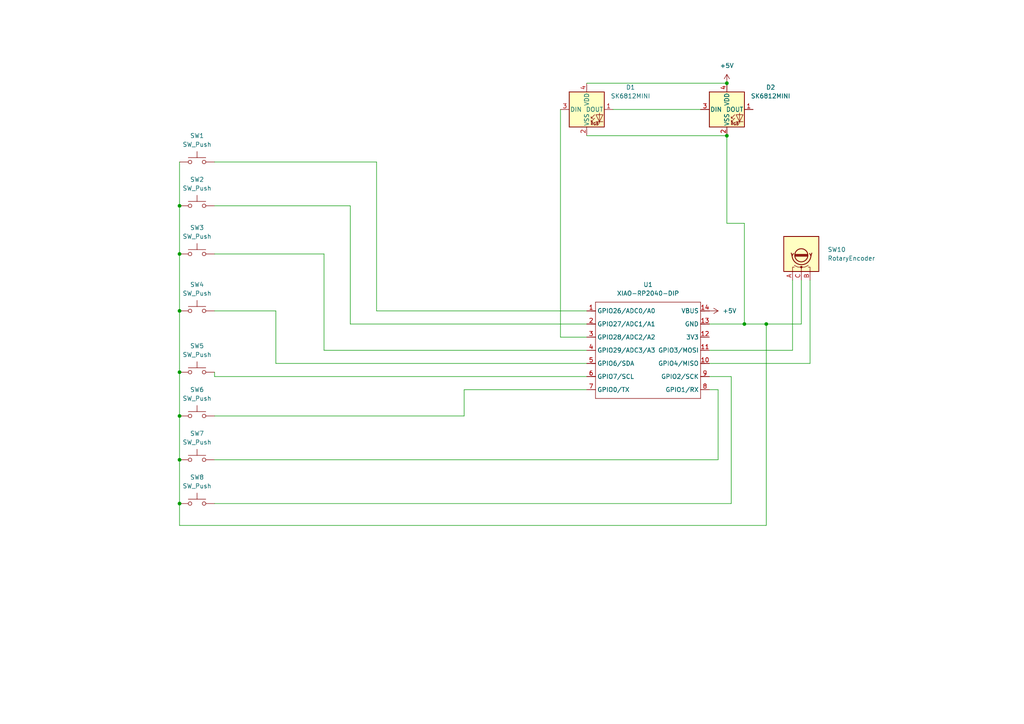
<source format=kicad_sch>
(kicad_sch
	(version 20250114)
	(generator "eeschema")
	(generator_version "9.0")
	(uuid "36b14674-9ff7-4470-8272-845e372f53da")
	(paper "A4")
	(title_block
		(title "Macropad")
		(date "2025-12-24")
		(company "Jun")
	)
	(lib_symbols
		(symbol "Device:RotaryEncoder"
			(pin_names
				(offset 0.254)
				(hide yes)
			)
			(exclude_from_sim no)
			(in_bom yes)
			(on_board yes)
			(property "Reference" "SW"
				(at 0 6.604 0)
				(effects
					(font
						(size 1.27 1.27)
					)
				)
			)
			(property "Value" "RotaryEncoder"
				(at 0 -6.604 0)
				(effects
					(font
						(size 1.27 1.27)
					)
				)
			)
			(property "Footprint" ""
				(at -3.81 4.064 0)
				(effects
					(font
						(size 1.27 1.27)
					)
					(hide yes)
				)
			)
			(property "Datasheet" "~"
				(at 0 6.604 0)
				(effects
					(font
						(size 1.27 1.27)
					)
					(hide yes)
				)
			)
			(property "Description" "Rotary encoder, dual channel, incremental quadrate outputs"
				(at 0 0 0)
				(effects
					(font
						(size 1.27 1.27)
					)
					(hide yes)
				)
			)
			(property "ki_keywords" "rotary switch encoder"
				(at 0 0 0)
				(effects
					(font
						(size 1.27 1.27)
					)
					(hide yes)
				)
			)
			(property "ki_fp_filters" "RotaryEncoder*"
				(at 0 0 0)
				(effects
					(font
						(size 1.27 1.27)
					)
					(hide yes)
				)
			)
			(symbol "RotaryEncoder_0_1"
				(rectangle
					(start -5.08 5.08)
					(end 5.08 -5.08)
					(stroke
						(width 0.254)
						(type default)
					)
					(fill
						(type background)
					)
				)
				(polyline
					(pts
						(xy -5.08 2.54) (xy -3.81 2.54) (xy -3.81 2.032)
					)
					(stroke
						(width 0)
						(type default)
					)
					(fill
						(type none)
					)
				)
				(polyline
					(pts
						(xy -5.08 0) (xy -3.81 0) (xy -3.81 -1.016) (xy -3.302 -2.032)
					)
					(stroke
						(width 0)
						(type default)
					)
					(fill
						(type none)
					)
				)
				(polyline
					(pts
						(xy -5.08 -2.54) (xy -3.81 -2.54) (xy -3.81 -2.032)
					)
					(stroke
						(width 0)
						(type default)
					)
					(fill
						(type none)
					)
				)
				(polyline
					(pts
						(xy -4.318 0) (xy -3.81 0) (xy -3.81 1.016) (xy -3.302 2.032)
					)
					(stroke
						(width 0)
						(type default)
					)
					(fill
						(type none)
					)
				)
				(circle
					(center -3.81 0)
					(radius 0.254)
					(stroke
						(width 0)
						(type default)
					)
					(fill
						(type outline)
					)
				)
				(polyline
					(pts
						(xy -0.635 -1.778) (xy -0.635 1.778)
					)
					(stroke
						(width 0.254)
						(type default)
					)
					(fill
						(type none)
					)
				)
				(circle
					(center -0.381 0)
					(radius 1.905)
					(stroke
						(width 0.254)
						(type default)
					)
					(fill
						(type none)
					)
				)
				(polyline
					(pts
						(xy -0.381 -1.778) (xy -0.381 1.778)
					)
					(stroke
						(width 0.254)
						(type default)
					)
					(fill
						(type none)
					)
				)
				(arc
					(start -0.381 -2.794)
					(mid -3.0988 -0.0635)
					(end -0.381 2.667)
					(stroke
						(width 0.254)
						(type default)
					)
					(fill
						(type none)
					)
				)
				(polyline
					(pts
						(xy -0.127 1.778) (xy -0.127 -1.778)
					)
					(stroke
						(width 0.254)
						(type default)
					)
					(fill
						(type none)
					)
				)
				(polyline
					(pts
						(xy 0.254 2.921) (xy -0.508 2.667) (xy 0.127 2.286)
					)
					(stroke
						(width 0.254)
						(type default)
					)
					(fill
						(type none)
					)
				)
				(polyline
					(pts
						(xy 0.254 -3.048) (xy -0.508 -2.794) (xy 0.127 -2.413)
					)
					(stroke
						(width 0.254)
						(type default)
					)
					(fill
						(type none)
					)
				)
			)
			(symbol "RotaryEncoder_1_1"
				(pin passive line
					(at -7.62 2.54 0)
					(length 2.54)
					(name "A"
						(effects
							(font
								(size 1.27 1.27)
							)
						)
					)
					(number "A"
						(effects
							(font
								(size 1.27 1.27)
							)
						)
					)
				)
				(pin passive line
					(at -7.62 0 0)
					(length 2.54)
					(name "C"
						(effects
							(font
								(size 1.27 1.27)
							)
						)
					)
					(number "C"
						(effects
							(font
								(size 1.27 1.27)
							)
						)
					)
				)
				(pin passive line
					(at -7.62 -2.54 0)
					(length 2.54)
					(name "B"
						(effects
							(font
								(size 1.27 1.27)
							)
						)
					)
					(number "B"
						(effects
							(font
								(size 1.27 1.27)
							)
						)
					)
				)
			)
			(embedded_fonts no)
		)
		(symbol "LED:SK6812MINI"
			(pin_names
				(offset 0.254)
			)
			(exclude_from_sim no)
			(in_bom yes)
			(on_board yes)
			(property "Reference" "D"
				(at 5.08 5.715 0)
				(effects
					(font
						(size 1.27 1.27)
					)
					(justify right bottom)
				)
			)
			(property "Value" "SK6812MINI"
				(at 1.27 -5.715 0)
				(effects
					(font
						(size 1.27 1.27)
					)
					(justify left top)
				)
			)
			(property "Footprint" "LED_SMD:LED_SK6812MINI_PLCC4_3.5x3.5mm_P1.75mm"
				(at 1.27 -7.62 0)
				(effects
					(font
						(size 1.27 1.27)
					)
					(justify left top)
					(hide yes)
				)
			)
			(property "Datasheet" "https://cdn-shop.adafruit.com/product-files/2686/SK6812MINI_REV.01-1-2.pdf"
				(at 2.54 -9.525 0)
				(effects
					(font
						(size 1.27 1.27)
					)
					(justify left top)
					(hide yes)
				)
			)
			(property "Description" "RGB LED with integrated controller"
				(at 0 0 0)
				(effects
					(font
						(size 1.27 1.27)
					)
					(hide yes)
				)
			)
			(property "ki_keywords" "RGB LED NeoPixel Mini addressable"
				(at 0 0 0)
				(effects
					(font
						(size 1.27 1.27)
					)
					(hide yes)
				)
			)
			(property "ki_fp_filters" "LED*SK6812MINI*PLCC*3.5x3.5mm*P1.75mm*"
				(at 0 0 0)
				(effects
					(font
						(size 1.27 1.27)
					)
					(hide yes)
				)
			)
			(symbol "SK6812MINI_0_0"
				(text "RGB"
					(at 2.286 -4.191 0)
					(effects
						(font
							(size 0.762 0.762)
						)
					)
				)
			)
			(symbol "SK6812MINI_0_1"
				(polyline
					(pts
						(xy 1.27 -2.54) (xy 1.778 -2.54)
					)
					(stroke
						(width 0)
						(type default)
					)
					(fill
						(type none)
					)
				)
				(polyline
					(pts
						(xy 1.27 -3.556) (xy 1.778 -3.556)
					)
					(stroke
						(width 0)
						(type default)
					)
					(fill
						(type none)
					)
				)
				(polyline
					(pts
						(xy 2.286 -1.524) (xy 1.27 -2.54) (xy 1.27 -2.032)
					)
					(stroke
						(width 0)
						(type default)
					)
					(fill
						(type none)
					)
				)
				(polyline
					(pts
						(xy 2.286 -2.54) (xy 1.27 -3.556) (xy 1.27 -3.048)
					)
					(stroke
						(width 0)
						(type default)
					)
					(fill
						(type none)
					)
				)
				(polyline
					(pts
						(xy 3.683 -1.016) (xy 3.683 -3.556) (xy 3.683 -4.064)
					)
					(stroke
						(width 0)
						(type default)
					)
					(fill
						(type none)
					)
				)
				(polyline
					(pts
						(xy 4.699 -1.524) (xy 2.667 -1.524) (xy 3.683 -3.556) (xy 4.699 -1.524)
					)
					(stroke
						(width 0)
						(type default)
					)
					(fill
						(type none)
					)
				)
				(polyline
					(pts
						(xy 4.699 -3.556) (xy 2.667 -3.556)
					)
					(stroke
						(width 0)
						(type default)
					)
					(fill
						(type none)
					)
				)
				(rectangle
					(start 5.08 5.08)
					(end -5.08 -5.08)
					(stroke
						(width 0.254)
						(type default)
					)
					(fill
						(type background)
					)
				)
			)
			(symbol "SK6812MINI_1_1"
				(pin input line
					(at -7.62 0 0)
					(length 2.54)
					(name "DIN"
						(effects
							(font
								(size 1.27 1.27)
							)
						)
					)
					(number "3"
						(effects
							(font
								(size 1.27 1.27)
							)
						)
					)
				)
				(pin power_in line
					(at 0 7.62 270)
					(length 2.54)
					(name "VDD"
						(effects
							(font
								(size 1.27 1.27)
							)
						)
					)
					(number "4"
						(effects
							(font
								(size 1.27 1.27)
							)
						)
					)
				)
				(pin power_in line
					(at 0 -7.62 90)
					(length 2.54)
					(name "VSS"
						(effects
							(font
								(size 1.27 1.27)
							)
						)
					)
					(number "2"
						(effects
							(font
								(size 1.27 1.27)
							)
						)
					)
				)
				(pin output line
					(at 7.62 0 180)
					(length 2.54)
					(name "DOUT"
						(effects
							(font
								(size 1.27 1.27)
							)
						)
					)
					(number "1"
						(effects
							(font
								(size 1.27 1.27)
							)
						)
					)
				)
			)
			(embedded_fonts no)
		)
		(symbol "Seeed_Studio_XIAO_Series:XIAO-RP2040-DIP"
			(exclude_from_sim no)
			(in_bom yes)
			(on_board yes)
			(property "Reference" "U"
				(at 0 0 0)
				(effects
					(font
						(size 1.27 1.27)
					)
				)
			)
			(property "Value" "XIAO-RP2040-DIP"
				(at 5.334 -1.778 0)
				(effects
					(font
						(size 1.27 1.27)
					)
				)
			)
			(property "Footprint" "Module:MOUDLE14P-XIAO-DIP-SMD"
				(at 14.478 -32.258 0)
				(effects
					(font
						(size 1.27 1.27)
					)
					(hide yes)
				)
			)
			(property "Datasheet" ""
				(at 0 0 0)
				(effects
					(font
						(size 1.27 1.27)
					)
					(hide yes)
				)
			)
			(property "Description" ""
				(at 0 0 0)
				(effects
					(font
						(size 1.27 1.27)
					)
					(hide yes)
				)
			)
			(symbol "XIAO-RP2040-DIP_1_0"
				(polyline
					(pts
						(xy -1.27 -2.54) (xy 29.21 -2.54)
					)
					(stroke
						(width 0.1524)
						(type solid)
					)
					(fill
						(type none)
					)
				)
				(polyline
					(pts
						(xy -1.27 -5.08) (xy -2.54 -5.08)
					)
					(stroke
						(width 0.1524)
						(type solid)
					)
					(fill
						(type none)
					)
				)
				(polyline
					(pts
						(xy -1.27 -5.08) (xy -1.27 -2.54)
					)
					(stroke
						(width 0.1524)
						(type solid)
					)
					(fill
						(type none)
					)
				)
				(polyline
					(pts
						(xy -1.27 -8.89) (xy -2.54 -8.89)
					)
					(stroke
						(width 0.1524)
						(type solid)
					)
					(fill
						(type none)
					)
				)
				(polyline
					(pts
						(xy -1.27 -8.89) (xy -1.27 -5.08)
					)
					(stroke
						(width 0.1524)
						(type solid)
					)
					(fill
						(type none)
					)
				)
				(polyline
					(pts
						(xy -1.27 -12.7) (xy -2.54 -12.7)
					)
					(stroke
						(width 0.1524)
						(type solid)
					)
					(fill
						(type none)
					)
				)
				(polyline
					(pts
						(xy -1.27 -12.7) (xy -1.27 -8.89)
					)
					(stroke
						(width 0.1524)
						(type solid)
					)
					(fill
						(type none)
					)
				)
				(polyline
					(pts
						(xy -1.27 -16.51) (xy -2.54 -16.51)
					)
					(stroke
						(width 0.1524)
						(type solid)
					)
					(fill
						(type none)
					)
				)
				(polyline
					(pts
						(xy -1.27 -16.51) (xy -1.27 -12.7)
					)
					(stroke
						(width 0.1524)
						(type solid)
					)
					(fill
						(type none)
					)
				)
				(polyline
					(pts
						(xy -1.27 -20.32) (xy -2.54 -20.32)
					)
					(stroke
						(width 0.1524)
						(type solid)
					)
					(fill
						(type none)
					)
				)
				(polyline
					(pts
						(xy -1.27 -24.13) (xy -2.54 -24.13)
					)
					(stroke
						(width 0.1524)
						(type solid)
					)
					(fill
						(type none)
					)
				)
				(polyline
					(pts
						(xy -1.27 -27.94) (xy -2.54 -27.94)
					)
					(stroke
						(width 0.1524)
						(type solid)
					)
					(fill
						(type none)
					)
				)
				(polyline
					(pts
						(xy -1.27 -30.48) (xy -1.27 -16.51)
					)
					(stroke
						(width 0.1524)
						(type solid)
					)
					(fill
						(type none)
					)
				)
				(polyline
					(pts
						(xy 29.21 -2.54) (xy 29.21 -5.08)
					)
					(stroke
						(width 0.1524)
						(type solid)
					)
					(fill
						(type none)
					)
				)
				(polyline
					(pts
						(xy 29.21 -5.08) (xy 29.21 -8.89)
					)
					(stroke
						(width 0.1524)
						(type solid)
					)
					(fill
						(type none)
					)
				)
				(polyline
					(pts
						(xy 29.21 -8.89) (xy 29.21 -12.7)
					)
					(stroke
						(width 0.1524)
						(type solid)
					)
					(fill
						(type none)
					)
				)
				(polyline
					(pts
						(xy 29.21 -12.7) (xy 29.21 -30.48)
					)
					(stroke
						(width 0.1524)
						(type solid)
					)
					(fill
						(type none)
					)
				)
				(polyline
					(pts
						(xy 29.21 -30.48) (xy -1.27 -30.48)
					)
					(stroke
						(width 0.1524)
						(type solid)
					)
					(fill
						(type none)
					)
				)
				(polyline
					(pts
						(xy 30.48 -5.08) (xy 29.21 -5.08)
					)
					(stroke
						(width 0.1524)
						(type solid)
					)
					(fill
						(type none)
					)
				)
				(polyline
					(pts
						(xy 30.48 -8.89) (xy 29.21 -8.89)
					)
					(stroke
						(width 0.1524)
						(type solid)
					)
					(fill
						(type none)
					)
				)
				(polyline
					(pts
						(xy 30.48 -12.7) (xy 29.21 -12.7)
					)
					(stroke
						(width 0.1524)
						(type solid)
					)
					(fill
						(type none)
					)
				)
				(polyline
					(pts
						(xy 30.48 -16.51) (xy 29.21 -16.51)
					)
					(stroke
						(width 0.1524)
						(type solid)
					)
					(fill
						(type none)
					)
				)
				(polyline
					(pts
						(xy 30.48 -20.32) (xy 29.21 -20.32)
					)
					(stroke
						(width 0.1524)
						(type solid)
					)
					(fill
						(type none)
					)
				)
				(polyline
					(pts
						(xy 30.48 -24.13) (xy 29.21 -24.13)
					)
					(stroke
						(width 0.1524)
						(type solid)
					)
					(fill
						(type none)
					)
				)
				(polyline
					(pts
						(xy 30.48 -27.94) (xy 29.21 -27.94)
					)
					(stroke
						(width 0.1524)
						(type solid)
					)
					(fill
						(type none)
					)
				)
				(pin passive line
					(at -3.81 -5.08 0)
					(length 2.54)
					(name "GPIO26/ADC0/A0"
						(effects
							(font
								(size 1.27 1.27)
							)
						)
					)
					(number "1"
						(effects
							(font
								(size 1.27 1.27)
							)
						)
					)
				)
				(pin passive line
					(at -3.81 -8.89 0)
					(length 2.54)
					(name "GPIO27/ADC1/A1"
						(effects
							(font
								(size 1.27 1.27)
							)
						)
					)
					(number "2"
						(effects
							(font
								(size 1.27 1.27)
							)
						)
					)
				)
				(pin passive line
					(at -3.81 -12.7 0)
					(length 2.54)
					(name "GPIO28/ADC2/A2"
						(effects
							(font
								(size 1.27 1.27)
							)
						)
					)
					(number "3"
						(effects
							(font
								(size 1.27 1.27)
							)
						)
					)
				)
				(pin passive line
					(at -3.81 -16.51 0)
					(length 2.54)
					(name "GPIO29/ADC3/A3"
						(effects
							(font
								(size 1.27 1.27)
							)
						)
					)
					(number "4"
						(effects
							(font
								(size 1.27 1.27)
							)
						)
					)
				)
				(pin passive line
					(at -3.81 -20.32 0)
					(length 2.54)
					(name "GPIO6/SDA"
						(effects
							(font
								(size 1.27 1.27)
							)
						)
					)
					(number "5"
						(effects
							(font
								(size 1.27 1.27)
							)
						)
					)
				)
				(pin passive line
					(at -3.81 -24.13 0)
					(length 2.54)
					(name "GPIO7/SCL"
						(effects
							(font
								(size 1.27 1.27)
							)
						)
					)
					(number "6"
						(effects
							(font
								(size 1.27 1.27)
							)
						)
					)
				)
				(pin passive line
					(at -3.81 -27.94 0)
					(length 2.54)
					(name "GPIO0/TX"
						(effects
							(font
								(size 1.27 1.27)
							)
						)
					)
					(number "7"
						(effects
							(font
								(size 1.27 1.27)
							)
						)
					)
				)
				(pin passive line
					(at 31.75 -5.08 180)
					(length 2.54)
					(name "VBUS"
						(effects
							(font
								(size 1.27 1.27)
							)
						)
					)
					(number "14"
						(effects
							(font
								(size 1.27 1.27)
							)
						)
					)
				)
				(pin passive line
					(at 31.75 -8.89 180)
					(length 2.54)
					(name "GND"
						(effects
							(font
								(size 1.27 1.27)
							)
						)
					)
					(number "13"
						(effects
							(font
								(size 1.27 1.27)
							)
						)
					)
				)
				(pin passive line
					(at 31.75 -12.7 180)
					(length 2.54)
					(name "3V3"
						(effects
							(font
								(size 1.27 1.27)
							)
						)
					)
					(number "12"
						(effects
							(font
								(size 1.27 1.27)
							)
						)
					)
				)
				(pin passive line
					(at 31.75 -16.51 180)
					(length 2.54)
					(name "GPIO3/MOSI"
						(effects
							(font
								(size 1.27 1.27)
							)
						)
					)
					(number "11"
						(effects
							(font
								(size 1.27 1.27)
							)
						)
					)
				)
				(pin passive line
					(at 31.75 -20.32 180)
					(length 2.54)
					(name "GPIO4/MISO"
						(effects
							(font
								(size 1.27 1.27)
							)
						)
					)
					(number "10"
						(effects
							(font
								(size 1.27 1.27)
							)
						)
					)
				)
				(pin passive line
					(at 31.75 -24.13 180)
					(length 2.54)
					(name "GPIO2/SCK"
						(effects
							(font
								(size 1.27 1.27)
							)
						)
					)
					(number "9"
						(effects
							(font
								(size 1.27 1.27)
							)
						)
					)
				)
				(pin passive line
					(at 31.75 -27.94 180)
					(length 2.54)
					(name "GPIO1/RX"
						(effects
							(font
								(size 1.27 1.27)
							)
						)
					)
					(number "8"
						(effects
							(font
								(size 1.27 1.27)
							)
						)
					)
				)
			)
			(embedded_fonts no)
		)
		(symbol "Switch:SW_Push"
			(pin_numbers
				(hide yes)
			)
			(pin_names
				(offset 1.016)
				(hide yes)
			)
			(exclude_from_sim no)
			(in_bom yes)
			(on_board yes)
			(property "Reference" "SW"
				(at 1.27 2.54 0)
				(effects
					(font
						(size 1.27 1.27)
					)
					(justify left)
				)
			)
			(property "Value" "SW_Push"
				(at 0 -1.524 0)
				(effects
					(font
						(size 1.27 1.27)
					)
				)
			)
			(property "Footprint" ""
				(at 0 5.08 0)
				(effects
					(font
						(size 1.27 1.27)
					)
					(hide yes)
				)
			)
			(property "Datasheet" "~"
				(at 0 5.08 0)
				(effects
					(font
						(size 1.27 1.27)
					)
					(hide yes)
				)
			)
			(property "Description" "Push button switch, generic, two pins"
				(at 0 0 0)
				(effects
					(font
						(size 1.27 1.27)
					)
					(hide yes)
				)
			)
			(property "ki_keywords" "switch normally-open pushbutton push-button"
				(at 0 0 0)
				(effects
					(font
						(size 1.27 1.27)
					)
					(hide yes)
				)
			)
			(symbol "SW_Push_0_1"
				(circle
					(center -2.032 0)
					(radius 0.508)
					(stroke
						(width 0)
						(type default)
					)
					(fill
						(type none)
					)
				)
				(polyline
					(pts
						(xy 0 1.27) (xy 0 3.048)
					)
					(stroke
						(width 0)
						(type default)
					)
					(fill
						(type none)
					)
				)
				(circle
					(center 2.032 0)
					(radius 0.508)
					(stroke
						(width 0)
						(type default)
					)
					(fill
						(type none)
					)
				)
				(polyline
					(pts
						(xy 2.54 1.27) (xy -2.54 1.27)
					)
					(stroke
						(width 0)
						(type default)
					)
					(fill
						(type none)
					)
				)
				(pin passive line
					(at -5.08 0 0)
					(length 2.54)
					(name "1"
						(effects
							(font
								(size 1.27 1.27)
							)
						)
					)
					(number "1"
						(effects
							(font
								(size 1.27 1.27)
							)
						)
					)
				)
				(pin passive line
					(at 5.08 0 180)
					(length 2.54)
					(name "2"
						(effects
							(font
								(size 1.27 1.27)
							)
						)
					)
					(number "2"
						(effects
							(font
								(size 1.27 1.27)
							)
						)
					)
				)
			)
			(embedded_fonts no)
		)
		(symbol "power:+5V"
			(power)
			(pin_numbers
				(hide yes)
			)
			(pin_names
				(offset 0)
				(hide yes)
			)
			(exclude_from_sim no)
			(in_bom yes)
			(on_board yes)
			(property "Reference" "#PWR"
				(at 0 -3.81 0)
				(effects
					(font
						(size 1.27 1.27)
					)
					(hide yes)
				)
			)
			(property "Value" "+5V"
				(at 0 3.556 0)
				(effects
					(font
						(size 1.27 1.27)
					)
				)
			)
			(property "Footprint" ""
				(at 0 0 0)
				(effects
					(font
						(size 1.27 1.27)
					)
					(hide yes)
				)
			)
			(property "Datasheet" ""
				(at 0 0 0)
				(effects
					(font
						(size 1.27 1.27)
					)
					(hide yes)
				)
			)
			(property "Description" "Power symbol creates a global label with name \"+5V\""
				(at 0 0 0)
				(effects
					(font
						(size 1.27 1.27)
					)
					(hide yes)
				)
			)
			(property "ki_keywords" "global power"
				(at 0 0 0)
				(effects
					(font
						(size 1.27 1.27)
					)
					(hide yes)
				)
			)
			(symbol "+5V_0_1"
				(polyline
					(pts
						(xy -0.762 1.27) (xy 0 2.54)
					)
					(stroke
						(width 0)
						(type default)
					)
					(fill
						(type none)
					)
				)
				(polyline
					(pts
						(xy 0 2.54) (xy 0.762 1.27)
					)
					(stroke
						(width 0)
						(type default)
					)
					(fill
						(type none)
					)
				)
				(polyline
					(pts
						(xy 0 0) (xy 0 2.54)
					)
					(stroke
						(width 0)
						(type default)
					)
					(fill
						(type none)
					)
				)
			)
			(symbol "+5V_1_1"
				(pin power_in line
					(at 0 0 90)
					(length 0)
					(name "~"
						(effects
							(font
								(size 1.27 1.27)
							)
						)
					)
					(number "1"
						(effects
							(font
								(size 1.27 1.27)
							)
						)
					)
				)
			)
			(embedded_fonts no)
		)
	)
	(junction
		(at 52.07 73.66)
		(diameter 0)
		(color 0 0 0 0)
		(uuid "5789150b-aa9f-448f-860f-3a3f2faa8b44")
	)
	(junction
		(at 52.07 146.05)
		(diameter 0)
		(color 0 0 0 0)
		(uuid "78378300-aacd-41d8-83cd-38378de38e02")
	)
	(junction
		(at 210.82 39.37)
		(diameter 0)
		(color 0 0 0 0)
		(uuid "8c29278a-66c0-4744-9063-75e9a36760e5")
	)
	(junction
		(at 52.07 59.69)
		(diameter 0)
		(color 0 0 0 0)
		(uuid "8d5a93f4-a8bb-4434-8043-d794b0febcdf")
	)
	(junction
		(at 222.25 93.98)
		(diameter 0)
		(color 0 0 0 0)
		(uuid "9fa47ba0-cdcd-4d23-9c1d-73f369140951")
	)
	(junction
		(at 52.07 107.95)
		(diameter 0)
		(color 0 0 0 0)
		(uuid "b21b2eb5-71f6-494f-852a-a4f8278b9ab2")
	)
	(junction
		(at 52.07 133.35)
		(diameter 0)
		(color 0 0 0 0)
		(uuid "ef770ca1-881c-44e0-9c30-1a79c4d0e0fb")
	)
	(junction
		(at 52.07 90.17)
		(diameter 0)
		(color 0 0 0 0)
		(uuid "f0d00373-f921-4806-b0d5-d0a1a8d0172d")
	)
	(junction
		(at 210.82 24.13)
		(diameter 0)
		(color 0 0 0 0)
		(uuid "f9b52c90-e4dc-48c2-9814-d5dc57535eb0")
	)
	(junction
		(at 52.07 120.65)
		(diameter 0)
		(color 0 0 0 0)
		(uuid "fa41876c-583d-4d9a-a1f7-4496459e2c2d")
	)
	(junction
		(at 215.9 93.98)
		(diameter 0)
		(color 0 0 0 0)
		(uuid "fb9dfef5-7d02-4af2-869a-6c10935ee290")
	)
	(wire
		(pts
			(xy 52.07 90.17) (xy 52.07 107.95)
		)
		(stroke
			(width 0)
			(type default)
		)
		(uuid "00491b03-eb2c-4c6d-b330-986ebe540b03")
	)
	(wire
		(pts
			(xy 52.07 152.4) (xy 222.25 152.4)
		)
		(stroke
			(width 0)
			(type default)
		)
		(uuid "07a1d968-13a6-4f98-a2c6-a71f8ceace3a")
	)
	(wire
		(pts
			(xy 80.01 105.41) (xy 170.18 105.41)
		)
		(stroke
			(width 0)
			(type default)
		)
		(uuid "09e1af81-7e23-4bb2-ac67-aa8d3b539f1d")
	)
	(wire
		(pts
			(xy 234.95 81.28) (xy 234.95 105.41)
		)
		(stroke
			(width 0)
			(type default)
		)
		(uuid "1c2ed1a7-52bc-4a60-a291-05ad2516646c")
	)
	(wire
		(pts
			(xy 134.62 120.65) (xy 134.62 113.03)
		)
		(stroke
			(width 0)
			(type default)
		)
		(uuid "26ca03b0-53f6-4d43-9aa5-ab47d8647fea")
	)
	(wire
		(pts
			(xy 134.62 113.03) (xy 170.18 113.03)
		)
		(stroke
			(width 0)
			(type default)
		)
		(uuid "443e1314-dd75-46bb-a542-7be2c895e95e")
	)
	(wire
		(pts
			(xy 93.98 101.6) (xy 170.18 101.6)
		)
		(stroke
			(width 0)
			(type default)
		)
		(uuid "4c0ea8b9-30e4-4c5c-97a1-aa36e0820c29")
	)
	(wire
		(pts
			(xy 215.9 93.98) (xy 222.25 93.98)
		)
		(stroke
			(width 0)
			(type default)
		)
		(uuid "4e14f526-a081-46fc-a2c9-b2ce7b9d28a9")
	)
	(wire
		(pts
			(xy 62.23 46.99) (xy 109.22 46.99)
		)
		(stroke
			(width 0)
			(type default)
		)
		(uuid "51b5d4eb-d720-49b8-a4f9-280e198931a6")
	)
	(wire
		(pts
			(xy 162.56 31.75) (xy 162.56 97.79)
		)
		(stroke
			(width 0)
			(type default)
		)
		(uuid "5506541b-bad6-41a5-8c00-23e2a7b10c0e")
	)
	(wire
		(pts
			(xy 170.18 24.13) (xy 210.82 24.13)
		)
		(stroke
			(width 0)
			(type default)
		)
		(uuid "56128601-b3e4-4f34-b8fa-8c2b6d4b8a4f")
	)
	(wire
		(pts
			(xy 208.28 133.35) (xy 208.28 113.03)
		)
		(stroke
			(width 0)
			(type default)
		)
		(uuid "5b0a83a8-536d-45be-a74a-0f4facf4a884")
	)
	(wire
		(pts
			(xy 52.07 120.65) (xy 52.07 133.35)
		)
		(stroke
			(width 0)
			(type default)
		)
		(uuid "5bb90a7c-e4e7-4a05-bf57-66ee906f0ac6")
	)
	(wire
		(pts
			(xy 62.23 120.65) (xy 134.62 120.65)
		)
		(stroke
			(width 0)
			(type default)
		)
		(uuid "5f3641a1-1ea7-4dbd-ad76-c1d2b6029e3b")
	)
	(wire
		(pts
			(xy 162.56 97.79) (xy 170.18 97.79)
		)
		(stroke
			(width 0)
			(type default)
		)
		(uuid "6b986a69-ed00-4e6b-b8fb-691e023f418f")
	)
	(wire
		(pts
			(xy 215.9 64.77) (xy 215.9 93.98)
		)
		(stroke
			(width 0)
			(type default)
		)
		(uuid "72b63939-7228-4e3d-8ca1-b694c8061461")
	)
	(wire
		(pts
			(xy 109.22 46.99) (xy 109.22 90.17)
		)
		(stroke
			(width 0)
			(type default)
		)
		(uuid "77c14913-7d1a-49e0-a89f-e6ae631bf7ff")
	)
	(wire
		(pts
			(xy 205.74 105.41) (xy 234.95 105.41)
		)
		(stroke
			(width 0)
			(type default)
		)
		(uuid "798c772c-6a65-48bc-b1e2-fa2a8f761887")
	)
	(wire
		(pts
			(xy 80.01 105.41) (xy 80.01 90.17)
		)
		(stroke
			(width 0)
			(type default)
		)
		(uuid "7b498c5e-0a2d-478b-862b-cede16fcf1ef")
	)
	(wire
		(pts
			(xy 210.82 39.37) (xy 210.82 64.77)
		)
		(stroke
			(width 0)
			(type default)
		)
		(uuid "80373da6-9146-49da-8c38-88145eb2ca4e")
	)
	(wire
		(pts
			(xy 229.87 81.28) (xy 229.87 101.6)
		)
		(stroke
			(width 0)
			(type default)
		)
		(uuid "84bca57a-d7ea-47e8-b040-046a0d853e92")
	)
	(wire
		(pts
			(xy 62.23 146.05) (xy 212.09 146.05)
		)
		(stroke
			(width 0)
			(type default)
		)
		(uuid "8a0560d0-dba6-444a-b78b-03b1f0df87a2")
	)
	(wire
		(pts
			(xy 212.09 146.05) (xy 212.09 109.22)
		)
		(stroke
			(width 0)
			(type default)
		)
		(uuid "8fc4182f-036e-4bcf-92bc-ea7cffef97d3")
	)
	(wire
		(pts
			(xy 101.6 59.69) (xy 101.6 93.98)
		)
		(stroke
			(width 0)
			(type default)
		)
		(uuid "930b6e70-9c77-40a0-8d5f-b5e7d35f0054")
	)
	(wire
		(pts
			(xy 170.18 39.37) (xy 210.82 39.37)
		)
		(stroke
			(width 0)
			(type default)
		)
		(uuid "942bfd31-1dd5-4eb3-ac10-5107b2a7172b")
	)
	(wire
		(pts
			(xy 62.23 109.22) (xy 62.23 107.95)
		)
		(stroke
			(width 0)
			(type default)
		)
		(uuid "98f83a7c-0645-48a9-b070-4e3a7db13887")
	)
	(wire
		(pts
			(xy 93.98 73.66) (xy 93.98 101.6)
		)
		(stroke
			(width 0)
			(type default)
		)
		(uuid "9a713b40-18ee-4450-971e-cd6eaf02c640")
	)
	(wire
		(pts
			(xy 62.23 59.69) (xy 101.6 59.69)
		)
		(stroke
			(width 0)
			(type default)
		)
		(uuid "9ae9e747-4079-4117-a775-94a33d3ef50c")
	)
	(wire
		(pts
			(xy 80.01 90.17) (xy 62.23 90.17)
		)
		(stroke
			(width 0)
			(type default)
		)
		(uuid "a06090e5-81ed-4ff7-ba8b-069c075d450d")
	)
	(wire
		(pts
			(xy 52.07 146.05) (xy 52.07 152.4)
		)
		(stroke
			(width 0)
			(type default)
		)
		(uuid "a4307e6a-58da-4e46-8f63-7ce86f797925")
	)
	(wire
		(pts
			(xy 62.23 133.35) (xy 208.28 133.35)
		)
		(stroke
			(width 0)
			(type default)
		)
		(uuid "a4481e73-7516-4605-bb58-89de81a03116")
	)
	(wire
		(pts
			(xy 101.6 93.98) (xy 170.18 93.98)
		)
		(stroke
			(width 0)
			(type default)
		)
		(uuid "a8fd806b-cea7-425e-84f8-7200fe4293a0")
	)
	(wire
		(pts
			(xy 205.74 109.22) (xy 212.09 109.22)
		)
		(stroke
			(width 0)
			(type default)
		)
		(uuid "abf16745-05e6-4b11-92fd-f371d2ebcffb")
	)
	(wire
		(pts
			(xy 52.07 59.69) (xy 52.07 73.66)
		)
		(stroke
			(width 0)
			(type default)
		)
		(uuid "ac500a00-be66-49d7-9410-1604f1d5ec71")
	)
	(wire
		(pts
			(xy 109.22 90.17) (xy 170.18 90.17)
		)
		(stroke
			(width 0)
			(type default)
		)
		(uuid "af966f41-5931-4b14-b8f5-68d22a50c50c")
	)
	(wire
		(pts
			(xy 232.41 93.98) (xy 232.41 81.28)
		)
		(stroke
			(width 0)
			(type default)
		)
		(uuid "b915442e-cb08-4521-98f2-6f19b5fb76d5")
	)
	(wire
		(pts
			(xy 62.23 109.22) (xy 170.18 109.22)
		)
		(stroke
			(width 0)
			(type default)
		)
		(uuid "b9685547-3e15-4a34-b5aa-7bbc481788b8")
	)
	(wire
		(pts
			(xy 210.82 64.77) (xy 215.9 64.77)
		)
		(stroke
			(width 0)
			(type default)
		)
		(uuid "c55ac459-f8b8-48d8-bfd5-55565b72c241")
	)
	(wire
		(pts
			(xy 177.8 31.75) (xy 203.2 31.75)
		)
		(stroke
			(width 0)
			(type default)
		)
		(uuid "c7d3e88e-2689-4b12-a1a1-27e04f554f0c")
	)
	(wire
		(pts
			(xy 222.25 93.98) (xy 222.25 152.4)
		)
		(stroke
			(width 0)
			(type default)
		)
		(uuid "d058e1d9-7133-42bd-85d1-aa06b5fc210d")
	)
	(wire
		(pts
			(xy 205.74 101.6) (xy 229.87 101.6)
		)
		(stroke
			(width 0)
			(type default)
		)
		(uuid "d885202e-492d-44fd-baec-262afcadb5ab")
	)
	(wire
		(pts
			(xy 205.74 113.03) (xy 208.28 113.03)
		)
		(stroke
			(width 0)
			(type default)
		)
		(uuid "d92cbc2a-fd77-4d25-9aeb-64ed82930286")
	)
	(wire
		(pts
			(xy 205.74 93.98) (xy 215.9 93.98)
		)
		(stroke
			(width 0)
			(type default)
		)
		(uuid "da9f7f8a-f3e0-4a65-af0e-f89305d2813f")
	)
	(wire
		(pts
			(xy 222.25 93.98) (xy 232.41 93.98)
		)
		(stroke
			(width 0)
			(type default)
		)
		(uuid "dab209f7-421d-4f28-8fa5-580035ef8d94")
	)
	(wire
		(pts
			(xy 62.23 73.66) (xy 93.98 73.66)
		)
		(stroke
			(width 0)
			(type default)
		)
		(uuid "dd57bb97-db2f-4e14-82f9-0a82b86ca0c0")
	)
	(wire
		(pts
			(xy 52.07 46.99) (xy 52.07 59.69)
		)
		(stroke
			(width 0)
			(type default)
		)
		(uuid "dedc68e6-1123-4a8a-bf64-10721968f377")
	)
	(wire
		(pts
			(xy 52.07 107.95) (xy 52.07 120.65)
		)
		(stroke
			(width 0)
			(type default)
		)
		(uuid "e3c6a5ae-5d95-40fa-b016-c809cf7b871e")
	)
	(wire
		(pts
			(xy 52.07 133.35) (xy 52.07 146.05)
		)
		(stroke
			(width 0)
			(type default)
		)
		(uuid "ed368c88-c799-41a9-ad25-eb2c2493192e")
	)
	(wire
		(pts
			(xy 52.07 73.66) (xy 52.07 90.17)
		)
		(stroke
			(width 0)
			(type default)
		)
		(uuid "f46656b2-4acb-4fe5-9075-98deb2d0ef68")
	)
	(symbol
		(lib_id "Switch:SW_Push")
		(at 57.15 59.69 0)
		(unit 1)
		(exclude_from_sim no)
		(in_bom yes)
		(on_board yes)
		(dnp no)
		(fields_autoplaced yes)
		(uuid "480369c8-9b62-4b8a-96a0-6bf4c4d75fd3")
		(property "Reference" "SW2"
			(at 57.15 52.07 0)
			(effects
				(font
					(size 1.27 1.27)
				)
			)
		)
		(property "Value" "SW_Push"
			(at 57.15 54.61 0)
			(effects
				(font
					(size 1.27 1.27)
				)
			)
		)
		(property "Footprint" "Button_Switch_Keyboard:SW_Cherry_MX_1.00u_PCB"
			(at 57.15 54.61 0)
			(effects
				(font
					(size 1.27 1.27)
				)
				(hide yes)
			)
		)
		(property "Datasheet" "~"
			(at 57.15 54.61 0)
			(effects
				(font
					(size 1.27 1.27)
				)
				(hide yes)
			)
		)
		(property "Description" "Push button switch, generic, two pins"
			(at 57.15 59.69 0)
			(effects
				(font
					(size 1.27 1.27)
				)
				(hide yes)
			)
		)
		(pin "2"
			(uuid "c2826454-fd90-4f17-aab5-0e93ef8e005b")
		)
		(pin "1"
			(uuid "4687e2cb-d473-40c4-91dc-5ed7c052138c")
		)
		(instances
			(project "Macropad4"
				(path "/36b14674-9ff7-4470-8272-845e372f53da"
					(reference "SW2")
					(unit 1)
				)
			)
		)
	)
	(symbol
		(lib_id "Switch:SW_Push")
		(at 57.15 73.66 0)
		(unit 1)
		(exclude_from_sim no)
		(in_bom yes)
		(on_board yes)
		(dnp no)
		(fields_autoplaced yes)
		(uuid "5b2f61f8-0c12-4624-9c2d-07331646335f")
		(property "Reference" "SW3"
			(at 57.15 66.04 0)
			(effects
				(font
					(size 1.27 1.27)
				)
			)
		)
		(property "Value" "SW_Push"
			(at 57.15 68.58 0)
			(effects
				(font
					(size 1.27 1.27)
				)
			)
		)
		(property "Footprint" "Button_Switch_Keyboard:SW_Cherry_MX_1.00u_PCB"
			(at 57.15 68.58 0)
			(effects
				(font
					(size 1.27 1.27)
				)
				(hide yes)
			)
		)
		(property "Datasheet" "~"
			(at 57.15 68.58 0)
			(effects
				(font
					(size 1.27 1.27)
				)
				(hide yes)
			)
		)
		(property "Description" "Push button switch, generic, two pins"
			(at 57.15 73.66 0)
			(effects
				(font
					(size 1.27 1.27)
				)
				(hide yes)
			)
		)
		(pin "2"
			(uuid "186f91db-4da3-401b-84d6-b46d704a6024")
		)
		(pin "1"
			(uuid "ec3e374d-b099-4c6a-a044-b27575807fa3")
		)
		(instances
			(project "Macropad4"
				(path "/36b14674-9ff7-4470-8272-845e372f53da"
					(reference "SW3")
					(unit 1)
				)
			)
		)
	)
	(symbol
		(lib_id "Switch:SW_Push")
		(at 57.15 46.99 0)
		(unit 1)
		(exclude_from_sim no)
		(in_bom yes)
		(on_board yes)
		(dnp no)
		(fields_autoplaced yes)
		(uuid "665c53db-a430-43d4-905d-51bec17b4005")
		(property "Reference" "SW1"
			(at 57.15 39.37 0)
			(effects
				(font
					(size 1.27 1.27)
				)
			)
		)
		(property "Value" "SW_Push"
			(at 57.15 41.91 0)
			(effects
				(font
					(size 1.27 1.27)
				)
			)
		)
		(property "Footprint" "Button_Switch_Keyboard:SW_Cherry_MX_1.00u_PCB"
			(at 57.15 41.91 0)
			(effects
				(font
					(size 1.27 1.27)
				)
				(hide yes)
			)
		)
		(property "Datasheet" "~"
			(at 57.15 41.91 0)
			(effects
				(font
					(size 1.27 1.27)
				)
				(hide yes)
			)
		)
		(property "Description" "Push button switch, generic, two pins"
			(at 57.15 46.99 0)
			(effects
				(font
					(size 1.27 1.27)
				)
				(hide yes)
			)
		)
		(pin "2"
			(uuid "8f049c92-73ea-49ca-9099-4eb43a500ad3")
		)
		(pin "1"
			(uuid "780349a8-6e3f-43e4-b764-ec77c578fa22")
		)
		(instances
			(project "Macropad4"
				(path "/36b14674-9ff7-4470-8272-845e372f53da"
					(reference "SW1")
					(unit 1)
				)
			)
		)
	)
	(symbol
		(lib_id "LED:SK6812MINI")
		(at 170.18 31.75 0)
		(unit 1)
		(exclude_from_sim no)
		(in_bom yes)
		(on_board yes)
		(dnp no)
		(uuid "68d95075-a5cb-43f4-a0d1-020bbb11c6ea")
		(property "Reference" "D1"
			(at 182.88 25.3298 0)
			(effects
				(font
					(size 1.27 1.27)
				)
			)
		)
		(property "Value" "SK6812MINI"
			(at 182.88 27.8698 0)
			(effects
				(font
					(size 1.27 1.27)
				)
			)
		)
		(property "Footprint" "LED_SMD:LED_SK6812MINI_PLCC4_3.5x3.5mm_P1.75mm"
			(at 171.45 39.37 0)
			(effects
				(font
					(size 1.27 1.27)
				)
				(justify left top)
				(hide yes)
			)
		)
		(property "Datasheet" "https://cdn-shop.adafruit.com/product-files/2686/SK6812MINI_REV.01-1-2.pdf"
			(at 172.72 41.275 0)
			(effects
				(font
					(size 1.27 1.27)
				)
				(justify left top)
				(hide yes)
			)
		)
		(property "Description" "RGB LED with integrated controller"
			(at 170.18 31.75 0)
			(effects
				(font
					(size 1.27 1.27)
				)
				(hide yes)
			)
		)
		(pin "4"
			(uuid "6e882190-b886-484b-ac93-c1cff2eba7c1")
		)
		(pin "3"
			(uuid "67f188a6-52eb-4d5c-beb3-d7ab65d18159")
		)
		(pin "2"
			(uuid "2eb3c293-eebb-4b9b-9a1c-759c23d4a7c5")
		)
		(pin "1"
			(uuid "fa513959-d9d5-4015-a95e-e571739bc6ef")
		)
		(instances
			(project "Macropad4"
				(path "/36b14674-9ff7-4470-8272-845e372f53da"
					(reference "D1")
					(unit 1)
				)
			)
		)
	)
	(symbol
		(lib_id "Seeed_Studio_XIAO_Series:XIAO-RP2040-DIP")
		(at 173.99 85.09 0)
		(unit 1)
		(exclude_from_sim no)
		(in_bom yes)
		(on_board yes)
		(dnp no)
		(uuid "6b491257-6213-4e99-9c53-f2edacc4449a")
		(property "Reference" "U1"
			(at 187.96 82.55 0)
			(effects
				(font
					(size 1.27 1.27)
				)
			)
		)
		(property "Value" "XIAO-RP2040-DIP"
			(at 187.96 85.09 0)
			(effects
				(font
					(size 1.27 1.27)
				)
			)
		)
		(property "Footprint" "XIAO_Series_Library:XIAO-RP2040-DIP"
			(at 188.468 117.348 0)
			(effects
				(font
					(size 1.27 1.27)
				)
				(hide yes)
			)
		)
		(property "Datasheet" ""
			(at 173.99 85.09 0)
			(effects
				(font
					(size 1.27 1.27)
				)
				(hide yes)
			)
		)
		(property "Description" ""
			(at 173.99 85.09 0)
			(effects
				(font
					(size 1.27 1.27)
				)
				(hide yes)
			)
		)
		(pin "1"
			(uuid "c034e0b3-5d93-42f2-9ab7-30a667f16060")
		)
		(pin "6"
			(uuid "dc8847f3-5efe-4375-abd9-e92634d529f2")
		)
		(pin "5"
			(uuid "8a8d666e-93a4-41f2-9ca7-1a0be1689f0d")
		)
		(pin "7"
			(uuid "1d07e9f7-8796-458d-95ba-7d40a5eb30c4")
		)
		(pin "13"
			(uuid "2594d79c-1f38-4b98-ba2d-5b9f96721576")
		)
		(pin "8"
			(uuid "7c800735-3789-4634-a12e-173cca9f213d")
		)
		(pin "9"
			(uuid "f58bec80-f522-48eb-9ea9-46c7dc96b8c5")
		)
		(pin "3"
			(uuid "c69f2b07-7f66-40a8-9f25-785cdbcfc983")
		)
		(pin "10"
			(uuid "191e43ae-929f-4653-857d-b108ad22bf91")
		)
		(pin "4"
			(uuid "2a6933f3-9c17-4eae-8640-e3ba4a59d22e")
		)
		(pin "12"
			(uuid "36ece72b-c08d-4f8a-b524-3b3083b41958")
		)
		(pin "11"
			(uuid "7c9214f7-3479-4cc8-9ab1-a53e76fdd095")
		)
		(pin "2"
			(uuid "a29ea597-2186-4e2b-a90e-7ab8147aa3f9")
		)
		(pin "14"
			(uuid "9000566a-f71f-4451-8761-5f168e9455a7")
		)
		(instances
			(project "Macropad4"
				(path "/36b14674-9ff7-4470-8272-845e372f53da"
					(reference "U1")
					(unit 1)
				)
			)
		)
	)
	(symbol
		(lib_id "Device:RotaryEncoder")
		(at 232.41 73.66 90)
		(unit 1)
		(exclude_from_sim no)
		(in_bom yes)
		(on_board yes)
		(dnp no)
		(fields_autoplaced yes)
		(uuid "73eec17d-a0b2-4193-be18-c8081fe75dce")
		(property "Reference" "SW10"
			(at 240.03 72.3899 90)
			(effects
				(font
					(size 1.27 1.27)
				)
				(justify right)
			)
		)
		(property "Value" "RotaryEncoder"
			(at 240.03 74.9299 90)
			(effects
				(font
					(size 1.27 1.27)
				)
				(justify right)
			)
		)
		(property "Footprint" "Rotary_Encoder:RotaryEncoder_Alps_EC11E_Vertical_H20mm"
			(at 228.346 77.47 0)
			(effects
				(font
					(size 1.27 1.27)
				)
				(hide yes)
			)
		)
		(property "Datasheet" "~"
			(at 225.806 73.66 0)
			(effects
				(font
					(size 1.27 1.27)
				)
				(hide yes)
			)
		)
		(property "Description" "Rotary encoder, dual channel, incremental quadrate outputs"
			(at 232.41 73.66 0)
			(effects
				(font
					(size 1.27 1.27)
				)
				(hide yes)
			)
		)
		(pin "B"
			(uuid "42561baa-37a4-4416-ab04-03a93093f273")
		)
		(pin "A"
			(uuid "9de92013-0a11-4701-8656-f39217392ce6")
		)
		(pin "C"
			(uuid "72c954e8-8bdf-4dc3-950f-2501e9e611a3")
		)
		(instances
			(project ""
				(path "/36b14674-9ff7-4470-8272-845e372f53da"
					(reference "SW10")
					(unit 1)
				)
			)
		)
	)
	(symbol
		(lib_id "Switch:SW_Push")
		(at 57.15 120.65 0)
		(unit 1)
		(exclude_from_sim no)
		(in_bom yes)
		(on_board yes)
		(dnp no)
		(fields_autoplaced yes)
		(uuid "86f31ba7-660e-4f6f-9981-03b966cfb4fd")
		(property "Reference" "SW6"
			(at 57.15 113.03 0)
			(effects
				(font
					(size 1.27 1.27)
				)
			)
		)
		(property "Value" "SW_Push"
			(at 57.15 115.57 0)
			(effects
				(font
					(size 1.27 1.27)
				)
			)
		)
		(property "Footprint" "Button_Switch_Keyboard:SW_Cherry_MX_1.00u_PCB"
			(at 57.15 115.57 0)
			(effects
				(font
					(size 1.27 1.27)
				)
				(hide yes)
			)
		)
		(property "Datasheet" "~"
			(at 57.15 115.57 0)
			(effects
				(font
					(size 1.27 1.27)
				)
				(hide yes)
			)
		)
		(property "Description" "Push button switch, generic, two pins"
			(at 57.15 120.65 0)
			(effects
				(font
					(size 1.27 1.27)
				)
				(hide yes)
			)
		)
		(pin "2"
			(uuid "8f6d85c8-56be-4251-912f-88d03020cddc")
		)
		(pin "1"
			(uuid "8e199d29-d665-4f20-a55e-0659b632f774")
		)
		(instances
			(project "Macropad4"
				(path "/36b14674-9ff7-4470-8272-845e372f53da"
					(reference "SW6")
					(unit 1)
				)
			)
		)
	)
	(symbol
		(lib_id "Switch:SW_Push")
		(at 57.15 90.17 0)
		(unit 1)
		(exclude_from_sim no)
		(in_bom yes)
		(on_board yes)
		(dnp no)
		(fields_autoplaced yes)
		(uuid "9e20434d-1b6c-4b9b-89b9-fab72a318e64")
		(property "Reference" "SW4"
			(at 57.15 82.55 0)
			(effects
				(font
					(size 1.27 1.27)
				)
			)
		)
		(property "Value" "SW_Push"
			(at 57.15 85.09 0)
			(effects
				(font
					(size 1.27 1.27)
				)
			)
		)
		(property "Footprint" "Button_Switch_Keyboard:SW_Cherry_MX_1.00u_PCB"
			(at 57.15 85.09 0)
			(effects
				(font
					(size 1.27 1.27)
				)
				(hide yes)
			)
		)
		(property "Datasheet" "~"
			(at 57.15 85.09 0)
			(effects
				(font
					(size 1.27 1.27)
				)
				(hide yes)
			)
		)
		(property "Description" "Push button switch, generic, two pins"
			(at 57.15 90.17 0)
			(effects
				(font
					(size 1.27 1.27)
				)
				(hide yes)
			)
		)
		(pin "2"
			(uuid "846fce54-4b1b-4c8b-a7e7-11c2c2fac34f")
		)
		(pin "1"
			(uuid "aaa04041-d90e-49ad-9321-b3a4cb07a17e")
		)
		(instances
			(project "Macropad4"
				(path "/36b14674-9ff7-4470-8272-845e372f53da"
					(reference "SW4")
					(unit 1)
				)
			)
		)
	)
	(symbol
		(lib_id "Switch:SW_Push")
		(at 57.15 107.95 0)
		(unit 1)
		(exclude_from_sim no)
		(in_bom yes)
		(on_board yes)
		(dnp no)
		(fields_autoplaced yes)
		(uuid "ab5a7108-59d5-4ccb-9f47-9f8ce7d062a8")
		(property "Reference" "SW5"
			(at 57.15 100.33 0)
			(effects
				(font
					(size 1.27 1.27)
				)
			)
		)
		(property "Value" "SW_Push"
			(at 57.15 102.87 0)
			(effects
				(font
					(size 1.27 1.27)
				)
			)
		)
		(property "Footprint" "Button_Switch_Keyboard:SW_Cherry_MX_1.00u_PCB"
			(at 57.15 102.87 0)
			(effects
				(font
					(size 1.27 1.27)
				)
				(hide yes)
			)
		)
		(property "Datasheet" "~"
			(at 57.15 102.87 0)
			(effects
				(font
					(size 1.27 1.27)
				)
				(hide yes)
			)
		)
		(property "Description" "Push button switch, generic, two pins"
			(at 57.15 107.95 0)
			(effects
				(font
					(size 1.27 1.27)
				)
				(hide yes)
			)
		)
		(pin "2"
			(uuid "7e0ebf66-e536-41bb-a05d-e1bfcd107cd7")
		)
		(pin "1"
			(uuid "faba65a3-1101-4f11-ae2c-997d0d21cf32")
		)
		(instances
			(project "Macropad4"
				(path "/36b14674-9ff7-4470-8272-845e372f53da"
					(reference "SW5")
					(unit 1)
				)
			)
		)
	)
	(symbol
		(lib_id "Switch:SW_Push")
		(at 57.15 133.35 0)
		(unit 1)
		(exclude_from_sim no)
		(in_bom yes)
		(on_board yes)
		(dnp no)
		(fields_autoplaced yes)
		(uuid "ae4acbf4-fbc9-4f4d-927f-fb146b84b8a7")
		(property "Reference" "SW7"
			(at 57.15 125.73 0)
			(effects
				(font
					(size 1.27 1.27)
				)
			)
		)
		(property "Value" "SW_Push"
			(at 57.15 128.27 0)
			(effects
				(font
					(size 1.27 1.27)
				)
			)
		)
		(property "Footprint" "Button_Switch_Keyboard:SW_Cherry_MX_1.00u_PCB"
			(at 57.15 128.27 0)
			(effects
				(font
					(size 1.27 1.27)
				)
				(hide yes)
			)
		)
		(property "Datasheet" "~"
			(at 57.15 128.27 0)
			(effects
				(font
					(size 1.27 1.27)
				)
				(hide yes)
			)
		)
		(property "Description" "Push button switch, generic, two pins"
			(at 57.15 133.35 0)
			(effects
				(font
					(size 1.27 1.27)
				)
				(hide yes)
			)
		)
		(pin "1"
			(uuid "8f744263-609f-40ae-9c87-e6bfc1982d40")
		)
		(pin "2"
			(uuid "df624570-477d-4acf-adc1-576c3ce82532")
		)
		(instances
			(project "Macropad4"
				(path "/36b14674-9ff7-4470-8272-845e372f53da"
					(reference "SW7")
					(unit 1)
				)
			)
		)
	)
	(symbol
		(lib_id "Switch:SW_Push")
		(at 57.15 146.05 0)
		(unit 1)
		(exclude_from_sim no)
		(in_bom yes)
		(on_board yes)
		(dnp no)
		(fields_autoplaced yes)
		(uuid "bef1feac-497a-4f17-b9de-412519a193a2")
		(property "Reference" "SW8"
			(at 57.15 138.43 0)
			(effects
				(font
					(size 1.27 1.27)
				)
			)
		)
		(property "Value" "SW_Push"
			(at 57.15 140.97 0)
			(effects
				(font
					(size 1.27 1.27)
				)
			)
		)
		(property "Footprint" "Button_Switch_Keyboard:SW_Cherry_MX_1.00u_PCB"
			(at 57.15 140.97 0)
			(effects
				(font
					(size 1.27 1.27)
				)
				(hide yes)
			)
		)
		(property "Datasheet" "~"
			(at 57.15 140.97 0)
			(effects
				(font
					(size 1.27 1.27)
				)
				(hide yes)
			)
		)
		(property "Description" "Push button switch, generic, two pins"
			(at 57.15 146.05 0)
			(effects
				(font
					(size 1.27 1.27)
				)
				(hide yes)
			)
		)
		(pin "1"
			(uuid "e630cb22-1e9c-44c1-ad03-7a2f82702e72")
		)
		(pin "2"
			(uuid "ac471ac6-a8a7-4ae6-b012-fa7d8e803860")
		)
		(instances
			(project "Macropad4"
				(path "/36b14674-9ff7-4470-8272-845e372f53da"
					(reference "SW8")
					(unit 1)
				)
			)
		)
	)
	(symbol
		(lib_id "LED:SK6812MINI")
		(at 210.82 31.75 0)
		(unit 1)
		(exclude_from_sim no)
		(in_bom yes)
		(on_board yes)
		(dnp no)
		(fields_autoplaced yes)
		(uuid "c19c8cc3-6829-431f-8458-30ce176ced7d")
		(property "Reference" "D2"
			(at 223.52 25.3298 0)
			(effects
				(font
					(size 1.27 1.27)
				)
			)
		)
		(property "Value" "SK6812MINI"
			(at 223.52 27.8698 0)
			(effects
				(font
					(size 1.27 1.27)
				)
			)
		)
		(property "Footprint" "LED_SMD:LED_SK6812MINI_PLCC4_3.5x3.5mm_P1.75mm"
			(at 212.09 39.37 0)
			(effects
				(font
					(size 1.27 1.27)
				)
				(justify left top)
				(hide yes)
			)
		)
		(property "Datasheet" "https://cdn-shop.adafruit.com/product-files/2686/SK6812MINI_REV.01-1-2.pdf"
			(at 213.36 41.275 0)
			(effects
				(font
					(size 1.27 1.27)
				)
				(justify left top)
				(hide yes)
			)
		)
		(property "Description" "RGB LED with integrated controller"
			(at 210.82 31.75 0)
			(effects
				(font
					(size 1.27 1.27)
				)
				(hide yes)
			)
		)
		(pin "2"
			(uuid "6d8397d0-0522-4a75-8a37-8301a4eab9d5")
		)
		(pin "3"
			(uuid "119a1615-80d3-4e76-a0c1-3057ecd77a80")
		)
		(pin "1"
			(uuid "253f24f8-8838-4db6-a11a-61ada2504174")
		)
		(pin "4"
			(uuid "a2f5be15-507d-4224-9957-d3dc0325466a")
		)
		(instances
			(project "Macropad4"
				(path "/36b14674-9ff7-4470-8272-845e372f53da"
					(reference "D2")
					(unit 1)
				)
			)
		)
	)
	(symbol
		(lib_id "power:+5V")
		(at 205.74 90.17 270)
		(unit 1)
		(exclude_from_sim no)
		(in_bom yes)
		(on_board yes)
		(dnp no)
		(fields_autoplaced yes)
		(uuid "f3416aef-a2fc-43b1-9b73-db73c538a6fa")
		(property "Reference" "#PWR02"
			(at 201.93 90.17 0)
			(effects
				(font
					(size 1.27 1.27)
				)
				(hide yes)
			)
		)
		(property "Value" "+5V"
			(at 209.55 90.1699 90)
			(effects
				(font
					(size 1.27 1.27)
				)
				(justify left)
			)
		)
		(property "Footprint" ""
			(at 205.74 90.17 0)
			(effects
				(font
					(size 1.27 1.27)
				)
				(hide yes)
			)
		)
		(property "Datasheet" ""
			(at 205.74 90.17 0)
			(effects
				(font
					(size 1.27 1.27)
				)
				(hide yes)
			)
		)
		(property "Description" "Power symbol creates a global label with name \"+5V\""
			(at 205.74 90.17 0)
			(effects
				(font
					(size 1.27 1.27)
				)
				(hide yes)
			)
		)
		(pin "1"
			(uuid "85d3c194-8b54-458c-a116-e99ef5478e6a")
		)
		(instances
			(project "Macropad4"
				(path "/36b14674-9ff7-4470-8272-845e372f53da"
					(reference "#PWR02")
					(unit 1)
				)
			)
		)
	)
	(symbol
		(lib_id "power:+5V")
		(at 210.82 24.13 0)
		(unit 1)
		(exclude_from_sim no)
		(in_bom yes)
		(on_board yes)
		(dnp no)
		(fields_autoplaced yes)
		(uuid "fefb7d59-dd5a-43da-938a-68f37fccc5bd")
		(property "Reference" "#PWR04"
			(at 210.82 27.94 0)
			(effects
				(font
					(size 1.27 1.27)
				)
				(hide yes)
			)
		)
		(property "Value" "+5V"
			(at 210.82 19.05 0)
			(effects
				(font
					(size 1.27 1.27)
				)
			)
		)
		(property "Footprint" ""
			(at 210.82 24.13 0)
			(effects
				(font
					(size 1.27 1.27)
				)
				(hide yes)
			)
		)
		(property "Datasheet" ""
			(at 210.82 24.13 0)
			(effects
				(font
					(size 1.27 1.27)
				)
				(hide yes)
			)
		)
		(property "Description" "Power symbol creates a global label with name \"+5V\""
			(at 210.82 24.13 0)
			(effects
				(font
					(size 1.27 1.27)
				)
				(hide yes)
			)
		)
		(pin "1"
			(uuid "08a31f28-3f61-496d-b13d-b6e6cbd5dbb2")
		)
		(instances
			(project "Macropad4"
				(path "/36b14674-9ff7-4470-8272-845e372f53da"
					(reference "#PWR04")
					(unit 1)
				)
			)
		)
	)
	(sheet_instances
		(path "/"
			(page "1")
		)
	)
	(embedded_fonts no)
)

</source>
